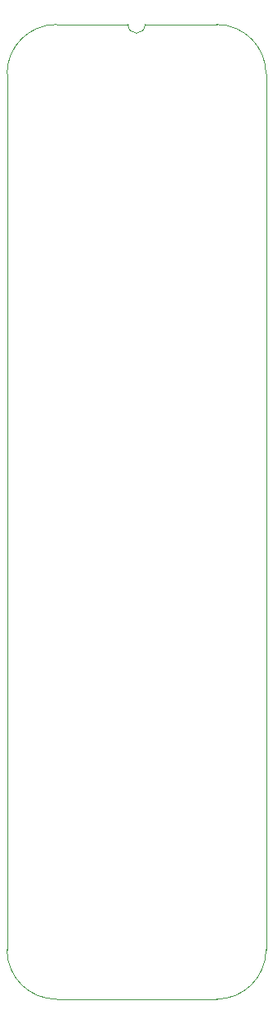
<source format=gm1>
%TF.GenerationSoftware,KiCad,Pcbnew,8.0.7*%
%TF.CreationDate,2025-01-15T14:57:53+02:00*%
%TF.ProjectId,Video Memory 2MB,56696465-6f20-44d6-956d-6f727920324d,V0*%
%TF.SameCoordinates,Original*%
%TF.FileFunction,Profile,NP*%
%FSLAX46Y46*%
G04 Gerber Fmt 4.6, Leading zero omitted, Abs format (unit mm)*
G04 Created by KiCad (PCBNEW 8.0.7) date 2025-01-15 14:57:53*
%MOMM*%
%LPD*%
G01*
G04 APERTURE LIST*
%TA.AperFunction,Profile*%
%ADD10C,0.100000*%
%TD*%
G04 APERTURE END LIST*
D10*
%TO.C,J7*%
X24765000Y-89535000D02*
G75*
G02*
X19685000Y-94615000I-5080000J0D01*
G01*
X19685000Y5715000D02*
G75*
G02*
X24765000Y635000I0J-5080000D01*
G01*
X12319000Y5715000D02*
G75*
G02*
X10541000Y5715000I-889000J0D01*
G01*
X3175000Y-94615000D02*
G75*
G02*
X-1905000Y-89535000I0J5080000D01*
G01*
X-1905000Y635000D02*
G75*
G02*
X3175000Y5715000I5080002J-2D01*
G01*
X24765000Y-89535000D02*
X24765000Y635000D01*
X19685000Y-94615000D02*
X3175000Y-94615000D01*
X19685000Y5715000D02*
X12319000Y5715000D01*
X10541000Y5715000D02*
X3175000Y5715000D01*
X-1905000Y635000D02*
X-1905000Y-89535000D01*
%TD*%
M02*

</source>
